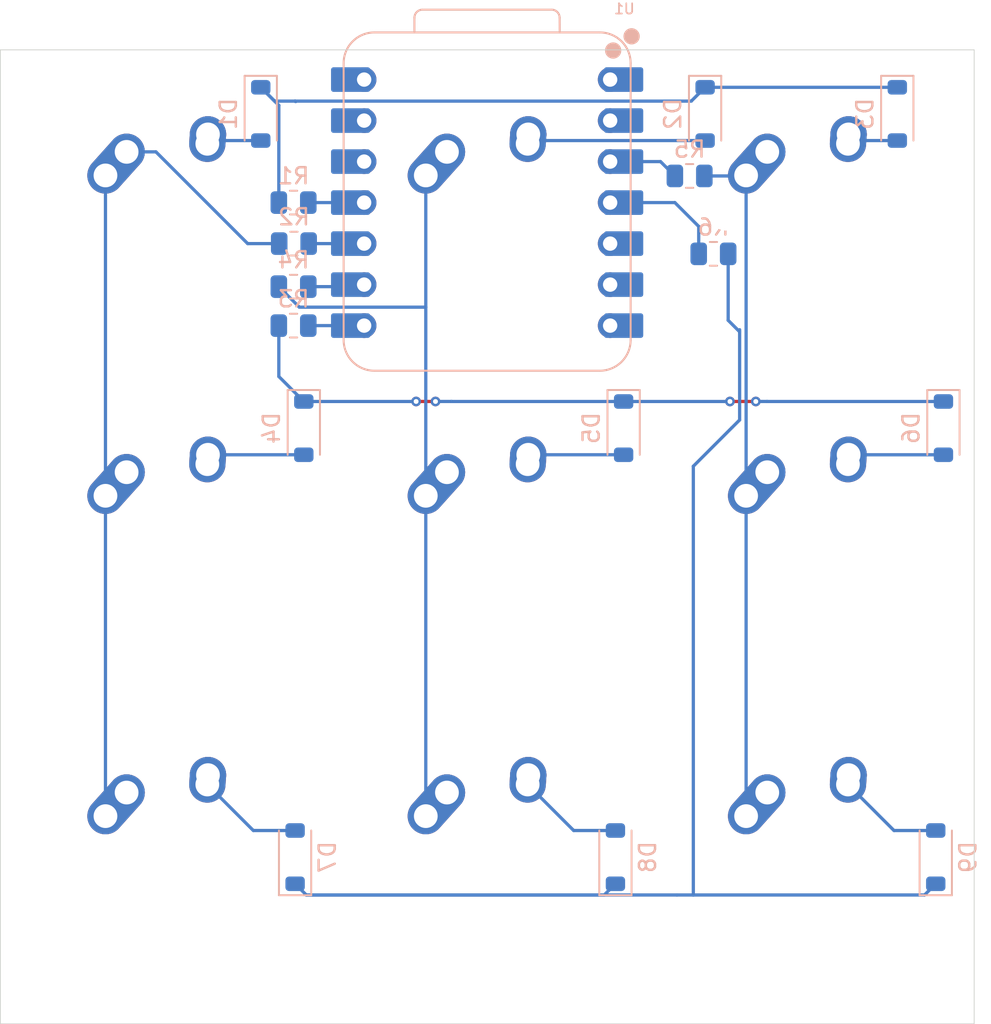
<source format=kicad_pcb>
(kicad_pcb (version 20241229) (generator "pcbnew") (generator_version "9.0")
  (layers (0 "F.Cu" signal) (2 "B.Cu" signal) (13 "F.Paste" user) (15 "B.Paste" user) (5 "F.SilkS" user "F.Silkscreen") (7 "B.SilkS" user "B.Silkscreen") (1 "F.Mask" user) (3 "B.Mask" user) (25 "Edge.Cuts" user))
  (net 0 "")
  (net 1 "Net-(D1-A)")
  (net 2 "ROW0")
  (net 3 "Net-(D2-A)")
  (net 4 "ROW1")
  (net 5 "Net-(D3-A)")
  (net 6 "ROW2")
  (net 7 "Net-(D4-A)")
  (net 8 "Net-(D5-A)")
  (net 9 "Net-(D6-A)")
  (net 10 "Net-(D7-A)")
  (net 11 "Net-(D8-A)")
  (net 12 "Net-(D9-A)")
  (net 13 "COL0")
  (net 14 "COL1")
  (net 15 "COL2")
  (net 24 "Net-(U1-GPIO3{slash}MOSI)")
  (net 25 "Net-(U1-GPIO4{slash}MISO)")
  (net 26 "Net-(U1-GPIO1{slash}RX)")
  (net 27 "Net-(U1-GPIO2{slash}SCK)")
  (net 28 "Net-(U1-GPIO28{slash}ADC2{slash}A2)")
  (net 29 "Net-(U1-GPIO29{slash}ADC3{slash}A3)")
  (footprint "MX_Alps_Hybrid2:MX-1U-NoLED" (layer "F.Cu") (at 164.30625 69.85)
    (property "Reference" "MX6")
    (property "Value" "MX-NoLED")
    (pad "" np_thru_hole circle (at -5.08 0 48.0996) (size 1.75 1.75) (drill 1.75) (layers "*.Cu" "*.Mask"))
    (pad "" np_thru_hole circle (at 0 0) (size 3.9878 3.9878) (drill 3.9878) (layers "*.Cu" "*.Mask"))
    (pad "" np_thru_hole circle (at 5.08 0 48.0996) (size 1.75 1.75) (drill 1.75) (layers "*.Cu" "*.Mask"))
    (pad "1" thru_hole oval (at -3.81 -2.54 48.0996) (size 4.211556 2.25) (drill 1.47 (offset 0.980778 0)) (layers "*.Cu" "B.Mask") (net 15 "COL2"))
    (pad "1" thru_hole circle (at -2.5 -4) (size 2.25 2.25) (drill 1.47) (layers "*.Cu" "B.Mask") (net 15 "COL2"))
    (pad "2" thru_hole oval (at 2.5 -4.5 86.0548) (size 2.831378 2.25) (drill 1.47 (offset 0.290689 0)) (layers "*.Cu" "B.Mask") (net 9 "Net-(D6-A)"))
    (pad "2" thru_hole circle (at 2.54 -5.08) (size 2.25 2.25) (drill 1.47) (layers "*.Cu" "B.Mask") (net 9 "Net-(D6-A)"))
  )
  (footprint "MX_Alps_Hybrid2:MX-1U-NoLED" (layer "F.Cu") (at 144.4625 50.00625)
    (property "Reference" "MX2")
    (property "Value" "MX-NoLED")
    (pad "" np_thru_hole circle (at -5.08 0 48.0996) (size 1.75 1.75) (drill 1.75) (layers "*.Cu" "*.Mask"))
    (pad "" np_thru_hole circle (at 0 0) (size 3.9878 3.9878) (drill 3.9878) (layers "*.Cu" "*.Mask"))
    (pad "" np_thru_hole circle (at 5.08 0 48.0996) (size 1.75 1.75) (drill 1.75) (layers "*.Cu" "*.Mask"))
    (pad "1" thru_hole oval (at -3.81 -2.54 48.0996) (size 4.211556 2.25) (drill 1.47 (offset 0.980778 0)) (layers "*.Cu" "B.Mask") (net 14 "COL1"))
    (pad "1" thru_hole circle (at -2.5 -4) (size 2.25 2.25) (drill 1.47) (layers "*.Cu" "B.Mask") (net 14 "COL1"))
    (pad "2" thru_hole oval (at 2.5 -4.5 86.0548) (size 2.831378 2.25) (drill 1.47 (offset 0.290689 0)) (layers "*.Cu" "B.Mask") (net 3 "Net-(D2-A)"))
    (pad "2" thru_hole circle (at 2.54 -5.08) (size 2.25 2.25) (drill 1.47) (layers "*.Cu" "B.Mask") (net 3 "Net-(D2-A)"))
  )
  (footprint "MX_Alps_Hybrid2:MX-1U-NoLED" (layer "F.Cu") (at 144.4625 69.85)
    (property "Reference" "MX5")
    (property "Value" "MX-NoLED")
    (pad "" np_thru_hole circle (at -5.08 0 48.0996) (size 1.75 1.75) (drill 1.75) (layers "*.Cu" "*.Mask"))
    (pad "" np_thru_hole circle (at 0 0) (size 3.9878 3.9878) (drill 3.9878) (layers "*.Cu" "*.Mask"))
    (pad "" np_thru_hole circle (at 5.08 0 48.0996) (size 1.75 1.75) (drill 1.75) (layers "*.Cu" "*.Mask"))
    (pad "1" thru_hole oval (at -3.81 -2.54 48.0996) (size 4.211556 2.25) (drill 1.47 (offset 0.980778 0)) (layers "*.Cu" "B.Mask") (net 14 "COL1"))
    (pad "1" thru_hole circle (at -2.5 -4) (size 2.25 2.25) (drill 1.47) (layers "*.Cu" "B.Mask") (net 14 "COL1"))
    (pad "2" thru_hole oval (at 2.5 -4.5 86.0548) (size 2.831378 2.25) (drill 1.47 (offset 0.290689 0)) (layers "*.Cu" "B.Mask") (net 8 "Net-(D5-A)"))
    (pad "2" thru_hole circle (at 2.54 -5.08) (size 2.25 2.25) (drill 1.47) (layers "*.Cu" "B.Mask") (net 8 "Net-(D5-A)"))
  )
  (footprint "MX_Alps_Hybrid2:MX-1U-NoLED" (layer "F.Cu") (at 164.30625 50.00625)
    (property "Reference" "MX3")
    (property "Value" "MX-NoLED")
    (pad "" np_thru_hole circle (at -5.08 0 48.0996) (size 1.75 1.75) (drill 1.75) (layers "*.Cu" "*.Mask"))
    (pad "" np_thru_hole circle (at 0 0) (size 3.9878 3.9878) (drill 3.9878) (layers "*.Cu" "*.Mask"))
    (pad "" np_thru_hole circle (at 5.08 0 48.0996) (size 1.75 1.75) (drill 1.75) (layers "*.Cu" "*.Mask"))
    (pad "1" thru_hole oval (at -3.81 -2.54 48.0996) (size 4.211556 2.25) (drill 1.47 (offset 0.980778 0)) (layers "*.Cu" "B.Mask") (net 15 "COL2"))
    (pad "1" thru_hole circle (at -2.5 -4) (size 2.25 2.25) (drill 1.47) (layers "*.Cu" "B.Mask") (net 15 "COL2"))
    (pad "2" thru_hole oval (at 2.5 -4.5 86.0548) (size 2.831378 2.25) (drill 1.47 (offset 0.290689 0)) (layers "*.Cu" "B.Mask") (net 5 "Net-(D3-A)"))
    (pad "2" thru_hole circle (at 2.54 -5.08) (size 2.25 2.25) (drill 1.47) (layers "*.Cu" "B.Mask") (net 5 "Net-(D3-A)"))
  )
  (footprint "MX_Alps_Hybrid2:MX-1U-NoLED" (layer "F.Cu") (at 124.61875 69.85)
    (property "Reference" "MX4")
    (property "Value" "MX-NoLED")
    (pad "" np_thru_hole circle (at -5.08 0 48.0996) (size 1.75 1.75) (drill 1.75) (layers "*.Cu" "*.Mask"))
    (pad "" np_thru_hole circle (at 0 0) (size 3.9878 3.9878) (drill 3.9878) (layers "*.Cu" "*.Mask"))
    (pad "" np_thru_hole circle (at 5.08 0 48.0996) (size 1.75 1.75) (drill 1.75) (layers "*.Cu" "*.Mask"))
    (pad "1" thru_hole oval (at -3.81 -2.54 48.0996) (size 4.211556 2.25) (drill 1.47 (offset 0.980778 0)) (layers "*.Cu" "B.Mask") (net 13 "COL0"))
    (pad "1" thru_hole circle (at -2.5 -4) (size 2.25 2.25) (drill 1.47) (layers "*.Cu" "B.Mask") (net 13 "COL0"))
    (pad "2" thru_hole oval (at 2.5 -4.5 86.0548) (size 2.831378 2.25) (drill 1.47 (offset 0.290689 0)) (layers "*.Cu" "B.Mask") (net 7 "Net-(D4-A)"))
    (pad "2" thru_hole circle (at 2.54 -5.08) (size 2.25 2.25) (drill 1.47) (layers "*.Cu" "B.Mask") (net 7 "Net-(D4-A)"))
  )
  (footprint "MX_Alps_Hybrid2:MX-1U-NoLED" (layer "F.Cu") (at 144.4625 89.69375)
    (property "Reference" "MX8")
    (property "Value" "MX-NoLED")
    (pad "" np_thru_hole circle (at -5.08 0 48.0996) (size 1.75 1.75) (drill 1.75) (layers "*.Cu" "*.Mask"))
    (pad "" np_thru_hole circle (at 0 0) (size 3.9878 3.9878) (drill 3.9878) (layers "*.Cu" "*.Mask"))
    (pad "" np_thru_hole circle (at 5.08 0 48.0996) (size 1.75 1.75) (drill 1.75) (layers "*.Cu" "*.Mask"))
    (pad "1" thru_hole oval (at -3.81 -2.54 48.0996) (size 4.211556 2.25) (drill 1.47 (offset 0.980778 0)) (layers "*.Cu" "B.Mask") (net 14 "COL1"))
    (pad "1" thru_hole circle (at -2.5 -4) (size 2.25 2.25) (drill 1.47) (layers "*.Cu" "B.Mask") (net 14 "COL1"))
    (pad "2" thru_hole oval (at 2.5 -4.5 86.0548) (size 2.831378 2.25) (drill 1.47 (offset 0.290689 0)) (layers "*.Cu" "B.Mask") (net 11 "Net-(D8-A)"))
    (pad "2" thru_hole circle (at 2.54 -5.08) (size 2.25 2.25) (drill 1.47) (layers "*.Cu" "B.Mask") (net 11 "Net-(D8-A)"))
  )
  (footprint "MX_Alps_Hybrid2:MX-1U-NoLED" (layer "F.Cu") (at 164.30625 89.69375)
    (property "Reference" "MX9")
    (property "Value" "MX-NoLED")
    (pad "" np_thru_hole circle (at -5.08 0 48.0996) (size 1.75 1.75) (drill 1.75) (layers "*.Cu" "*.Mask"))
    (pad "" np_thru_hole circle (at 0 0) (size 3.9878 3.9878) (drill 3.9878) (layers "*.Cu" "*.Mask"))
    (pad "" np_thru_hole circle (at 5.08 0 48.0996) (size 1.75 1.75) (drill 1.75) (layers "*.Cu" "*.Mask"))
    (pad "1" thru_hole oval (at -3.81 -2.54 48.0996) (size 4.211556 2.25) (drill 1.47 (offset 0.980778 0)) (layers "*.Cu" "B.Mask") (net 15 "COL2"))
    (pad "1" thru_hole circle (at -2.5 -4) (size 2.25 2.25) (drill 1.47) (layers "*.Cu" "B.Mask") (net 15 "COL2"))
    (pad "2" thru_hole oval (at 2.5 -4.5 86.0548) (size 2.831378 2.25) (drill 1.47 (offset 0.290689 0)) (layers "*.Cu" "B.Mask") (net 12 "Net-(D9-A)"))
    (pad "2" thru_hole circle (at 2.54 -5.08) (size 2.25 2.25) (drill 1.47) (layers "*.Cu" "B.Mask") (net 12 "Net-(D9-A)"))
  )
  (footprint "MX_Alps_Hybrid2:MX-1U-NoLED" (layer "F.Cu") (at 124.61875 89.69375)
    (property "Reference" "MX7")
    (property "Value" "MX-NoLED")
    (pad "" np_thru_hole circle (at -5.08 0 48.0996) (size 1.75 1.75) (drill 1.75) (layers "*.Cu" "*.Mask"))
    (pad "" np_thru_hole circle (at 0 0) (size 3.9878 3.9878) (drill 3.9878) (layers "*.Cu" "*.Mask"))
    (pad "" np_thru_hole circle (at 5.08 0 48.0996) (size 1.75 1.75) (drill 1.75) (layers "*.Cu" "*.Mask"))
    (pad "1" thru_hole oval (at -3.81 -2.54 48.0996) (size 4.211556 2.25) (drill 1.47 (offset 0.980778 0)) (layers "*.Cu" "B.Mask") (net 13 "COL0"))
    (pad "1" thru_hole circle (at -2.5 -4) (size 2.25 2.25) (drill 1.47) (layers "*.Cu" "B.Mask") (net 13 "COL0"))
    (pad "2" thru_hole oval (at 2.5 -4.5 86.0548) (size 2.831378 2.25) (drill 1.47 (offset 0.290689 0)) (layers "*.Cu" "B.Mask") (net 10 "Net-(D7-A)"))
    (pad "2" thru_hole circle (at 2.54 -5.08) (size 2.25 2.25) (drill 1.47) (layers "*.Cu" "B.Mask") (net 10 "Net-(D7-A)"))
  )
  (footprint "MX_Alps_Hybrid2:MX-1U-NoLED" (layer "F.Cu") (at 124.61875 50.00625)
    (property "Reference" "MX1")
    (property "Value" "MX-NoLED")
    (pad "" np_thru_hole circle (at -5.08 0 48.0996) (size 1.75 1.75) (drill 1.75) (layers "*.Cu" "*.Mask"))
    (pad "" np_thru_hole circle (at 0 0) (size 3.9878 3.9878) (drill 3.9878) (layers "*.Cu" "*.Mask"))
    (pad "" np_thru_hole circle (at 5.08 0 48.0996) (size 1.75 1.75) (drill 1.75) (layers "*.Cu" "*.Mask"))
    (pad "1" thru_hole oval (at -3.81 -2.54 48.0996) (size 4.211556 2.25) (drill 1.47 (offset 0.980778 0)) (layers "*.Cu" "B.Mask") (net 13 "COL0"))
    (pad "1" thru_hole circle (at -2.5 -4) (size 2.25 2.25) (drill 1.47) (layers "*.Cu" "B.Mask") (net 13 "COL0"))
    (pad "2" thru_hole oval (at 2.5 -4.5 86.0548) (size 2.831378 2.25) (drill 1.47 (offset 0.290689 0)) (layers "*.Cu" "B.Mask") (net 1 "Net-(D1-A)"))
    (pad "2" thru_hole circle (at 2.54 -5.08) (size 2.25 2.25) (drill 1.47) (layers "*.Cu" "B.Mask") (net 1 "Net-(D1-A)"))
  )
  (footprint "Diode_SMD:D_SOD-123" (layer "B.Cu") (at 130.429 43.65625 -90)
    (property "Reference" "D1" (at 0 2 90) (layer "B.SilkS") (effects (justify mirror)))
    (property "Value" "D_Small")
    (fp_line (start -2.36 1) (end 1.65 1) (stroke (width 0.12)) (layer "B.SilkS"))
    (fp_line (start -2.36 1) (end -2.36 -1) (stroke (width 0.12)) (layer "B.SilkS"))
    (fp_line (start -2.36 -1) (end 1.65 -1) (stroke (width 0.12)) (layer "B.SilkS"))
    (pad "1" smd roundrect (at -1.65 0 270) (size 0.9 1.2) (layers "B.Cu" "B.Mask" "B.Paste") (net 2 "ROW0"))
    (pad "2" smd roundrect (at 1.65 0 270) (size 0.9 1.2) (layers "B.Cu" "B.Mask" "B.Paste") (net 1 "Net-(D1-A)"))
  )
  (footprint "Resistor_SMD:R_0805_2012Metric" (layer "B.Cu") (at 132.461 54.356 180)
    (property "Reference" "R4" (at 0 1.65 0) (layer "B.SilkS") (effects (justify mirror)))
    (property "Value" "R_Small")
    (fp_line (start -0.227064 0.735) (end 0.227064 0.735) (stroke (width 0.12)) (layer "B.SilkS"))
    (fp_line (start -0.227064 -0.735) (end 0.227064 -0.735) (stroke (width 0.12)) (layer "B.SilkS"))
    (pad "1" smd roundrect (at -0.9125 0 180) (size 1.025 1.4) (layers "B.Cu" "B.Mask" "B.Paste") (roundrect_rratio 0.243902) (net 27 "Net-(U1-GPIO2{slash}SCK)"))
    (pad "2" smd roundrect (at 0.9125 0 180) (size 1.025 1.4) (layers "B.Cu" "B.Mask" "B.Paste") (roundrect_rratio 0.243902) (net 14 "COL1"))
  )
  (footprint "XIAO_PCB:XIAO-RP2040-DIP" (layer "B.Cu") (at 144.453 49.149 180)
    (property "Reference" "U1" (at -8.5 12 0) (layer "B.SilkS") (effects (font (size 0.635 0.635) (thickness 0.1016)) (justify mirror)))
    (property "Value" "XIAO-RP2040-DIP")
    (fp_line (start 8.89 -8.509) (end 8.89 8.636) (stroke (width 0.127)) (layer "B.SilkS"))
    (fp_line (start 6.985 10.541) (end -6.985 10.541) (stroke (width 0.1)) (layer "B.SilkS"))
    (fp_line (start 6.985 10.541) (end -6.985 10.541) (stroke (width 0.127)) (layer "B.SilkS"))
    (fp_line (start 4.504 11.451) (end 4.504 10.541) (stroke (width 0.127)) (layer "B.SilkS"))
    (fp_line (start -3.991272 11.951) (end 4.004 11.951) (stroke (width 0.127)) (layer "B.SilkS"))
    (fp_line (start -4.495 10.541) (end -4.491272 11.451272) (stroke (width 0.127)) (layer "B.SilkS"))
    (fp_line (start -6.985 -10.414) (end 6.985 -10.414) (stroke (width 0.127)) (layer "B.SilkS"))
    (fp_line (start -8.89 -8.509) (end -8.89 8.636) (stroke (width 0.127)) (layer "B.SilkS"))
    (fp_arc (start 8.89 8.636) (mid 8.332038 9.983038) (end 6.985 10.541) (stroke (width 0.127)) (layer "B.SilkS"))
    (fp_arc (start 6.985 -10.414) (mid 8.332038 -9.856038) (end 8.89 -8.509) (stroke (width 0.127)) (layer "B.SilkS"))
    (fp_arc (start 4.504 11.451) (mid 4.357553 11.804553) (end 4.004 11.951) (stroke (width 0.127)) (layer "B.SilkS"))
    (fp_arc (start -3.991272 11.951) (mid -4.344724 11.804644) (end -4.491272 11.451272) (stroke (width 0.127)) (layer "B.SilkS"))
    (fp_arc (start -6.985 10.541) (mid -8.332038 9.983038) (end -8.89 8.636) (stroke (width 0.127)) (layer "B.SilkS"))
    (fp_arc (start -8.89 -8.509) (mid -8.332038 -9.856038) (end -6.985 -10.414) (stroke (width 0.127)) (layer "B.SilkS"))
    (fp_circle (center -7.807 9.42) (end -7.807 9.674) (stroke (width 0.5)) (fill yes) (layer "B.SilkS"))
    (fp_circle (center -8.95 10.3) (end -8.95 10.554) (stroke (width 0.5)) (fill yes) (layer "B.SilkS"))
    (pad "1" smd roundrect (at -8.455 7.62) (size 2.432 1.524) (layers "B.Cu" "B.Mask") (roundrect_rratio 0.1))
    (pad "1" thru_hole circle (at -7.62 7.62) (size 1.524 1.524) (drill 0.889) (layers "*.Cu" "*.Mask"))
    (pad "2" smd roundrect (at -8.455 5.08) (size 2.432 1.524) (layers "B.Cu" "B.Mask") (roundrect_rratio 0.1))
    (pad "2" thru_hole circle (at -7.62 5.08) (size 1.524 1.524) (drill 0.889) (layers "*.Cu" "*.Mask"))
    (pad "3" smd roundrect (at -8.455 2.54) (size 2.432 1.524) (layers "B.Cu" "B.Mask") (roundrect_rratio 0.1) (net 28 "Net-(U1-GPIO28{slash}ADC2{slash}A2)"))
    (pad "3" thru_hole circle (at -7.62 2.54) (size 1.524 1.524) (drill 0.889) (layers "*.Cu" "*.Mask") (net 28 "Net-(U1-GPIO28{slash}ADC2{slash}A2)"))
    (pad "4" smd roundrect (at -8.455 0) (size 2.432 1.524) (layers "B.Cu" "B.Mask") (roundrect_rratio 0.1) (net 29 "Net-(U1-GPIO29{slash}ADC3{slash}A3)"))
    (pad "4" thru_hole circle (at -7.62 0) (size 1.524 1.524) (drill 0.889) (layers "*.Cu" "*.Mask") (net 29 "Net-(U1-GPIO29{slash}ADC3{slash}A3)"))
    (pad "5" smd roundrect (at -8.455 -2.54) (size 2.432 1.524) (layers "B.Cu" "B.Mask") (roundrect_rratio 0.1))
    (pad "5" thru_hole circle (at -7.62 -2.54) (size 1.524 1.524) (drill 0.889) (layers "*.Cu" "*.Mask"))
    (pad "6" smd roundrect (at -8.455 -5.08) (size 2.432 1.524) (layers "B.Cu" "B.Mask") (roundrect_rratio 0.1))
    (pad "6" thru_hole circle (at -7.62 -5.08) (size 1.524 1.524) (drill 0.889) (layers "*.Cu" "*.Mask"))
    (pad "7" smd roundrect (at -8.455 -7.62) (size 2.432 1.524) (layers "B.Cu" "B.Mask") (roundrect_rratio 0.1))
    (pad "7" thru_hole circle (at -7.62 -7.62) (size 1.524 1.524) (drill 0.889) (layers "*.Cu" "*.Mask"))
    (pad "8" thru_hole circle (at 7.62 -7.62 180) (size 1.524 1.524) (drill 0.889) (layers "*.Cu" "*.Mask") (net 26 "Net-(U1-GPIO1{slash}RX)"))
    (pad "8" smd roundrect (at 8.455 -7.62 180) (size 2.432 1.524) (layers "B.Cu" "B.Mask") (roundrect_rratio 0.1) (net 26 "Net-(U1-GPIO1{slash}RX)"))
    (pad "9" thru_hole circle (at 7.62 -5.08 180) (size 1.524 1.524) (drill 0.889) (layers "*.Cu" "*.Mask") (net 27 "Net-(U1-GPIO2{slash}SCK)"))
    (pad "9" smd roundrect (at 8.455 -5.08 180) (size 2.432 1.524) (layers "B.Cu" "B.Mask") (roundrect_rratio 0.1) (net 27 "Net-(U1-GPIO2{slash}SCK)"))
    (pad "10" thru_hole circle (at 7.62 -2.54 180) (size 1.524 1.524) (drill 0.889) (layers "*.Cu" "*.Mask") (net 25 "Net-(U1-GPIO4{slash}MISO)"))
    (pad "10" smd roundrect (at 8.455 -2.54 180) (size 2.432 1.524) (layers "B.Cu" "B.Mask") (roundrect_rratio 0.1) (net 25 "Net-(U1-GPIO4{slash}MISO)"))
    (pad "11" thru_hole circle (at 7.62 0 180) (size 1.524 1.524) (drill 0.889) (layers "*.Cu" "*.Mask") (net 24 "Net-(U1-GPIO3{slash}MOSI)"))
    (pad "11" smd roundrect (at 8.455 0 180) (size 2.432 1.524) (layers "B.Cu" "B.Mask") (roundrect_rratio 0.1) (net 24 "Net-(U1-GPIO3{slash}MOSI)"))
    (pad "12" thru_hole circle (at 7.62 2.54 180) (size 1.524 1.524) (drill 0.889) (layers "*.Cu" "*.Mask"))
    (pad "12" smd roundrect (at 8.455 2.54 180) (size 2.432 1.524) (layers "B.Cu" "B.Mask") (roundrect_rratio 0.1))
    (pad "13" thru_hole circle (at 7.62 5.08 180) (size 1.524 1.524) (drill 0.889) (layers "*.Cu" "*.Mask"))
    (pad "13" smd roundrect (at 8.455 5.08 180) (size 2.432 1.524) (layers "B.Cu" "B.Mask") (roundrect_rratio 0.1))
    (pad "14" thru_hole circle (at 7.62 7.62 180) (size 1.524 1.524) (drill 0.889) (layers "*.Cu" "*.Mask"))
    (pad "14" smd roundrect (at 8.455 7.62 180) (size 2.432 1.524) (layers "B.Cu" "B.Mask") (roundrect_rratio 0.1))
  )
  (footprint "Diode_SMD:D_SOD-123" (layer "B.Cu") (at 152.908 63.119 -90)
    (property "Reference" "D5" (at 0 2 90) (layer "B.SilkS") (effects (justify mirror)))
    (property "Value" "D_Small")
    (fp_line (start -2.36 1) (end 1.65 1) (stroke (width 0.12)) (layer "B.SilkS"))
    (fp_line (start -2.36 1) (end -2.36 -1) (stroke (width 0.12)) (layer "B.SilkS"))
    (fp_line (start -2.36 -1) (end 1.65 -1) (stroke (width 0.12)) (layer "B.SilkS"))
    (pad "1" smd roundrect (at -1.65 0 270) (size 0.9 1.2) (layers "B.Cu" "B.Mask" "B.Paste") (net 4 "ROW1"))
    (pad "2" smd roundrect (at 1.65 0 270) (size 0.9 1.2) (layers "B.Cu" "B.Mask" "B.Paste") (net 8 "Net-(D5-A)"))
  )
  (footprint "Resistor_SMD:R_0805_2012Metric" (layer "B.Cu") (at 132.461 49.149 180)
    (property "Reference" "R1" (at 0 1.65 0) (layer "B.SilkS") (effects (justify mirror)))
    (property "Value" "R_Small")
    (fp_line (start -0.227064 0.735) (end 0.227064 0.735) (stroke (width 0.12)) (layer "B.SilkS"))
    (fp_line (start -0.227064 -0.735) (end 0.227064 -0.735) (stroke (width 0.12)) (layer "B.SilkS"))
    (pad "1" smd roundrect (at -0.9125 0 180) (size 1.025 1.4) (layers "B.Cu" "B.Mask" "B.Paste") (roundrect_rratio 0.243902) (net 24 "Net-(U1-GPIO3{slash}MOSI)"))
    (pad "2" smd roundrect (at 0.9125 0 180) (size 1.025 1.4) (layers "B.Cu" "B.Mask" "B.Paste") (roundrect_rratio 0.243902) (net 2 "ROW0"))
  )
  (footprint "Diode_SMD:D_SOD-123" (layer "B.Cu") (at 169.8625 43.65625 -90)
    (property "Reference" "D3" (at 0 2 90) (layer "B.SilkS") (effects (justify mirror)))
    (property "Value" "D_Small")
    (fp_line (start -2.36 1) (end 1.65 1) (stroke (width 0.12)) (layer "B.SilkS"))
    (fp_line (start -2.36 1) (end -2.36 -1) (stroke (width 0.12)) (layer "B.SilkS"))
    (fp_line (start -2.36 -1) (end 1.65 -1) (stroke (width 0.12)) (layer "B.SilkS"))
    (pad "1" smd roundrect (at -1.65 0 270) (size 0.9 1.2) (layers "B.Cu" "B.Mask" "B.Paste") (net 2 "ROW0"))
    (pad "2" smd roundrect (at 1.65 0 270) (size 0.9 1.2) (layers "B.Cu" "B.Mask" "B.Paste") (net 5 "Net-(D3-A)"))
  )
  (footprint "Diode_SMD:D_SOD-123" (layer "B.Cu") (at 133.096 63.119 -90)
    (property "Reference" "D4" (at 0 2 90) (layer "B.SilkS") (effects (justify mirror)))
    (property "Value" "D_Small")
    (fp_line (start -2.36 1) (end 1.65 1) (stroke (width 0.12)) (layer "B.SilkS"))
    (fp_line (start -2.36 1) (end -2.36 -1) (stroke (width 0.12)) (layer "B.SilkS"))
    (fp_line (start -2.36 -1) (end 1.65 -1) (stroke (width 0.12)) (layer "B.SilkS"))
    (pad "1" smd roundrect (at -1.65 0 270) (size 0.9 1.2) (layers "B.Cu" "B.Mask" "B.Paste") (net 4 "ROW1"))
    (pad "2" smd roundrect (at 1.65 0 270) (size 0.9 1.2) (layers "B.Cu" "B.Mask" "B.Paste") (net 7 "Net-(D4-A)"))
  )
  (footprint "Resistor_SMD:R_0805_2012Metric" (layer "B.Cu") (at 156.9955 47.498 180)
    (property "Reference" "R5" (at 0 1.65 0) (layer "B.SilkS") (effects (justify mirror)))
    (property "Value" "R_Small")
    (fp_line (start -0.227064 0.735) (end 0.227064 0.735) (stroke (width 0.12)) (layer "B.SilkS"))
    (fp_line (start -0.227064 -0.735) (end 0.227064 -0.735) (stroke (width 0.12)) (layer "B.SilkS"))
    (pad "1" smd roundrect (at -0.9125 0 180) (size 1.025 1.4) (layers "B.Cu" "B.Mask" "B.Paste") (roundrect_rratio 0.243902) (net 15 "COL2"))
    (pad "2" smd roundrect (at 0.9125 0 180) (size 1.025 1.4) (layers "B.Cu" "B.Mask" "B.Paste") (roundrect_rratio 0.243902) (net 28 "Net-(U1-GPIO28{slash}ADC2{slash}A2)"))
  )
  (footprint "Resistor_SMD:R_0805_2012Metric" (layer "B.Cu") (at 158.4725 52.324 180)
    (property "Reference" "R6" (at 0 1.65 0) (layer "B.SilkS") (effects (justify mirror)))
    (property "Value" "R_Small")
    (fp_line (start -0.227064 0.735) (end 0.227064 0.735) (stroke (width 0.12)) (layer "B.SilkS"))
    (fp_line (start -0.227064 -0.735) (end 0.227064 -0.735) (stroke (width 0.12)) (layer "B.SilkS"))
    (pad "1" smd roundrect (at -0.9125 0 180) (size 1.025 1.4) (layers "B.Cu" "B.Mask" "B.Paste") (roundrect_rratio 0.243902) (net 6 "ROW2"))
    (pad "2" smd roundrect (at 0.9125 0 180) (size 1.025 1.4) (layers "B.Cu" "B.Mask" "B.Paste") (roundrect_rratio 0.243902) (net 29 "Net-(U1-GPIO29{slash}ADC3{slash}A3)"))
  )
  (footprint "Resistor_SMD:R_0805_2012Metric" (layer "B.Cu") (at 132.461 56.769 180)
    (property "Reference" "R3" (at 0 1.65 0) (layer "B.SilkS") (effects (justify mirror)))
    (property "Value" "R_Small")
    (fp_line (start -0.227064 0.735) (end 0.227064 0.735) (stroke (width 0.12)) (layer "B.SilkS"))
    (fp_line (start -0.227064 -0.735) (end 0.227064 -0.735) (stroke (width 0.12)) (layer "B.SilkS"))
    (pad "1" smd roundrect (at -0.9125 0 180) (size 1.025 1.4) (layers "B.Cu" "B.Mask" "B.Paste") (roundrect_rratio 0.243902) (net 26 "Net-(U1-GPIO1{slash}RX)"))
    (pad "2" smd roundrect (at 0.9125 0 180) (size 1.025 1.4) (layers "B.Cu" "B.Mask" "B.Paste") (roundrect_rratio 0.243902) (net 4 "ROW1"))
  )
  (footprint "Diode_SMD:D_SOD-123" (layer "B.Cu") (at 172.72 63.119 -90)
    (property "Reference" "D6" (at 0 2 90) (layer "B.SilkS") (effects (justify mirror)))
    (property "Value" "D_Small")
    (fp_line (start -2.36 1) (end 1.65 1) (stroke (width 0.12)) (layer "B.SilkS"))
    (fp_line (start -2.36 1) (end -2.36 -1) (stroke (width 0.12)) (layer "B.SilkS"))
    (fp_line (start -2.36 -1) (end 1.65 -1) (stroke (width 0.12)) (layer "B.SilkS"))
    (pad "1" smd roundrect (at -1.65 0 270) (size 0.9 1.2) (layers "B.Cu" "B.Mask" "B.Paste") (net 4 "ROW1"))
    (pad "2" smd roundrect (at 1.65 0 270) (size 0.9 1.2) (layers "B.Cu" "B.Mask" "B.Paste") (net 9 "Net-(D6-A)"))
  )
  (footprint "Diode_SMD:D_SOD-123" (layer "B.Cu") (at 132.55625 89.69375 90)
    (property "Reference" "D7" (at 0 2 90) (layer "B.SilkS") (effects (justify mirror)))
    (property "Value" "D_Small")
    (fp_line (start -2.36 -1) (end 1.65 -1) (stroke (width 0.12)) (layer "B.SilkS"))
    (fp_line (start -2.36 1) (end -2.36 -1) (stroke (width 0.12)) (layer "B.SilkS"))
    (fp_line (start -2.36 1) (end 1.65 1) (stroke (width 0.12)) (layer "B.SilkS"))
    (pad "1" smd roundrect (at -1.65 0 90) (size 0.9 1.2) (layers "B.Cu" "B.Mask" "B.Paste") (net 6 "ROW2"))
    (pad "2" smd roundrect (at 1.65 0 90) (size 0.9 1.2) (layers "B.Cu" "B.Mask" "B.Paste") (net 10 "Net-(D7-A)"))
  )
  (footprint "Diode_SMD:D_SOD-123" (layer "B.Cu") (at 157.95625 43.65625 -90)
    (property "Reference" "D2" (at 0 2 90) (layer "B.SilkS") (effects (justify mirror)))
    (property "Value" "D_Small")
    (fp_line (start -2.36 1) (end 1.65 1) (stroke (width 0.12)) (layer "B.SilkS"))
    (fp_line (start -2.36 1) (end -2.36 -1) (stroke (width 0.12)) (layer "B.SilkS"))
    (fp_line (start -2.36 -1) (end 1.65 -1) (stroke (width 0.12)) (layer "B.SilkS"))
    (pad "1" smd roundrect (at -1.65 0 270) (size 0.9 1.2) (layers "B.Cu" "B.Mask" "B.Paste") (net 2 "ROW0"))
    (pad "2" smd roundrect (at 1.65 0 270) (size 0.9 1.2) (layers "B.Cu" "B.Mask" "B.Paste") (net 3 "Net-(D2-A)"))
  )
  (footprint "Diode_SMD:D_SOD-123" (layer "B.Cu") (at 172.24375 89.69375 90)
    (property "Reference" "D9" (at 0 2 90) (layer "B.SilkS") (effects (justify mirror)))
    (property "Value" "D_Small")
    (fp_line (start -2.36 -1) (end 1.65 -1) (stroke (width 0.12)) (layer "B.SilkS"))
    (fp_line (start -2.36 1) (end -2.36 -1) (stroke (width 0.12)) (layer "B.SilkS"))
    (fp_line (start -2.36 1) (end 1.65 1) (stroke (width 0.12)) (layer "B.SilkS"))
    (pad "1" smd roundrect (at -1.65 0 90) (size 0.9 1.2) (layers "B.Cu" "B.Mask" "B.Paste") (net 6 "ROW2"))
    (pad "2" smd roundrect (at 1.65 0 90) (size 0.9 1.2) (layers "B.Cu" "B.Mask" "B.Paste") (net 12 "Net-(D9-A)"))
  )
  (footprint "Diode_SMD:D_SOD-123" (layer "B.Cu") (at 152.4 89.69375 90)
    (property "Reference" "D8" (at 0 2 90) (layer "B.SilkS") (effects (justify mirror)))
    (property "Value" "D_Small")
    (fp_line (start -2.36 -1) (end 1.65 -1) (stroke (width 0.12)) (layer "B.SilkS"))
    (fp_line (start -2.36 1) (end -2.36 -1) (stroke (width 0.12)) (layer "B.SilkS"))
    (fp_line (start -2.36 1) (end 1.65 1) (stroke (width 0.12)) (layer "B.SilkS"))
    (pad "1" smd roundrect (at -1.65 0 90) (size 0.9 1.2) (layers "B.Cu" "B.Mask" "B.Paste") (net 6 "ROW2"))
    (pad "2" smd roundrect (at 1.65 0 90) (size 0.9 1.2) (layers "B.Cu" "B.Mask" "B.Paste") (net 11 "Net-(D8-A)"))
  )
  (footprint "Resistor_SMD:R_0805_2012Metric" (layer "B.Cu") (at 132.4845 51.689 180)
    (property "Reference" "R2" (at 0 1.65 0) (layer "B.SilkS") (effects (justify mirror)))
    (property "Value" "R_Small")
    (fp_line (start -0.227064 0.735) (end 0.227064 0.735) (stroke (width 0.12)) (layer "B.SilkS"))
    (fp_line (start -0.227064 -0.735) (end 0.227064 -0.735) (stroke (width 0.12)) (layer "B.SilkS"))
    (pad "1" smd roundrect (at -0.9125 0 180) (size 1.025 1.4) (layers "B.Cu" "B.Mask" "B.Paste") (roundrect_rratio 0.243902) (net 25 "Net-(U1-GPIO4{slash}MISO)"))
    (pad "2" smd roundrect (at 0.9125 0 180) (size 1.025 1.4) (layers "B.Cu" "B.Mask" "B.Paste") (roundrect_rratio 0.243902) (net 13 "COL0"))
  )
  (gr_line (start 114.3 39.6875) (end 174.625 39.6875) (stroke (width 0.05)) (layer "Edge.Cuts"))
  (gr_line (start 174.625 39.6875) (end 174.625 100.0125) (stroke (width 0.05)) (layer "Edge.Cuts"))
  (gr_line (start 174.625 100.0125) (end 114.3 100.0125) (stroke (width 0.05)) (layer "Edge.Cuts"))
  (gr_line (start 114.3 100.0125) (end 114.3 39.6875) (stroke (width 0.05)) (layer "Edge.Cuts"))
  (segment (start 127.11875 45.50625) (end 127.31875 45.30625) (width 0.2) (layer "B.Cu") (net 1))
  (segment (start 127.31875 45.30625) (end 130.429 45.30625) (width 0.2) (layer "B.Cu") (net 1))
  (segment (start 131.5485 49.149) (end 131.5485 43.12575) (width 0.2) (layer "B.Cu") (net 2))
  (segment (start 132.588 42.89425) (end 132.55625 42.8625) (width 0.2) (layer "B.Cu") (net 2))
  (segment (start 157.1 42.8625) (end 132.55625 42.8625) (width 0.2) (layer "B.Cu") (net 2))
  (segment (start 131.5485 43.12575) (end 130.429 42.00625) (width 0.2) (layer "B.Cu") (net 2))
  (segment (start 169.8625 42.00625) (end 157.95625 42.00625) (width 0.2) (layer "B.Cu") (net 2))
  (segment (start 132.55625 42.8625) (end 131.28525 42.8625) (width 0.2) (layer "B.Cu") (net 2))
  (segment (start 157.95625 42.00625) (end 157.1 42.8625) (width 0.2) (layer "B.Cu") (net 2))
  (segment (start 131.28525 42.8625) (end 130.429 42.00625) (width 0.2) (layer "B.Cu") (net 2))
  (segment (start 147.1625 45.30625) (end 157.95625 45.30625) (width 0.2) (layer "B.Cu") (net 3))
  (segment (start 146.9625 45.50625) (end 147.1625 45.30625) (width 0.2) (layer "B.Cu") (net 3))
  (segment (start 159.49525 61.468) (end 161.09625 61.468) (width 0.2) (layer "F.Cu") (net 4))
  (segment (start 140.0525 61.468) (end 141.2525 61.468) (width 0.2) (layer "F.Cu") (net 4))
  (via (at 159.49525 61.468) (size 0.6) (drill 0.3) (layers "F.Cu" "B.Cu") (net 4))
  (via (at 141.2525 61.468) (size 0.6) (drill 0.3) (layers "F.Cu" "B.Cu") (net 4))
  (via (at 140.0525 61.468) (size 0.6) (drill 0.3) (layers "F.Cu" "B.Cu") (net 4))
  (via (at 161.09625 61.468) (size 0.6) (drill 0.3) (layers "F.Cu" "B.Cu") (net 4))
  (segment (start 140.0525 61.468) (end 140.0515 61.469) (width 0.2) (layer "B.Cu") (net 4))
  (segment (start 141.2525 61.468) (end 142.24 61.468) (width 0.2) (layer "B.Cu") (net 4))
  (segment (start 131.5485 56.769) (end 131.5485 59.9215) (width 0.2) (layer "B.Cu") (net 4))
  (segment (start 161.799 61.469) (end 172.72 61.469) (width 0.2) (layer "B.Cu") (net 4))
  (segment (start 142.24 61.468) (end 142.241 61.469) (width 0.2) (layer "B.Cu") (net 4))
  (segment (start 159.49525 61.468) (end 159.49425 61.469) (width 0.2) (layer "B.Cu") (net 4))
  (segment (start 140.0515 61.469) (end 133.096 61.469) (width 0.2) (layer "B.Cu") (net 4))
  (segment (start 159.49425 61.469) (end 152.908 61.469) (width 0.2) (layer "B.Cu") (net 4))
  (segment (start 161.09625 61.468) (end 161.798 61.468) (width 0.2) (layer "B.Cu") (net 4))
  (segment (start 142.241 61.469) (end 152.908 61.469) (width 0.2) (layer "B.Cu") (net 4))
  (segment (start 161.798 61.468) (end 161.799 61.469) (width 0.2) (layer "B.Cu") (net 4))
  (segment (start 131.5485 59.9215) (end 133.096 61.469) (width 0.2) (layer "B.Cu") (net 4))
  (segment (start 167.00625 45.30625) (end 166.80625 45.50625) (width 0.2) (layer "B.Cu") (net 5))
  (segment (start 169.8625 45.30625) (end 167.00625 45.30625) (width 0.2) (layer "B.Cu") (net 5))
  (segment (start 160.09525 57.15) (end 159.385 56.43975) (width 0.2) (layer "B.Cu") (net 6))
  (segment (start 171.54885 92.03865) (end 172.24375 91.34375) (width 0.2) (layer "B.Cu") (net 6))
  (segment (start 159.613125 63.093125) (end 160.09525 62.611) (width 0.2) (layer "B.Cu") (net 6))
  (segment (start 156.21 92.03865) (end 157.226 92.03865) (width 0.2) (layer "B.Cu") (net 6))
  (segment (start 133.25115 92.03865) (end 151.7051 92.03865) (width 0.2) (layer "B.Cu") (net 6))
  (segment (start 133.25115 92.03865) (end 156.21 92.03865) (width 0.2) (layer "B.Cu") (net 6))
  (segment (start 157.226 92.03865) (end 171.54885 92.03865) (width 0.2) (layer "B.Cu") (net 6))
  (segment (start 160.09525 62.611) (end 160.09525 57.15) (width 0.2) (layer "B.Cu") (net 6))
  (segment (start 160.09525 57.15) (end 160.09525 57.023) (width 0.2) (layer "B.Cu") (net 6))
  (segment (start 159.385 56.43975) (end 159.385 52.324) (width 0.2) (layer "B.Cu") (net 6))
  (segment (start 151.7051 92.03865) (end 152.4 91.34375) (width 0.2) (layer "B.Cu") (net 6))
  (segment (start 157.226 92.03865) (end 157.226 65.48025) (width 0.2) (layer "B.Cu") (net 6))
  (segment (start 132.55625 91.34375) (end 133.25115 92.03865) (width 0.2) (layer "B.Cu") (net 6))
  (segment (start 157.226 65.48025) (end 159.613125 63.093125) (width 0.2) (layer "B.Cu") (net 6))
  (segment (start 127.15875 64.77) (end 133.095 64.77) (width 0.2) (layer "B.Cu") (net 7))
  (segment (start 133.095 64.77) (end 133.096 64.769) (width 0.2) (layer "B.Cu") (net 7))
  (segment (start 152.908 64.769) (end 147.0035 64.769) (width 0.2) (layer "B.Cu") (net 8))
  (segment (start 147.0035 64.769) (end 147.0025 64.77) (width 0.2) (layer "B.Cu") (net 8))
  (segment (start 166.84625 64.77) (end 172.719 64.77) (width 0.2) (layer "B.Cu") (net 9))
  (segment (start 172.719 64.77) (end 172.72 64.769) (width 0.2) (layer "B.Cu") (net 9))
  (segment (start 129.96875 88.04375) (end 132.55625 88.04375) (width 0.2) (layer "B.Cu") (net 10))
  (segment (start 127.11875 85.19375) (end 129.96875 88.04375) (width 0.2) (layer "B.Cu") (net 10))
  (segment (start 146.9625 85.19375) (end 149.8125 88.04375) (width 0.2) (layer "B.Cu") (net 11))
  (segment (start 149.8125 88.04375) (end 152.4 88.04375) (width 0.2) (layer "B.Cu") (net 11))
  (segment (start 169.65625 88.04375) (end 172.24375 88.04375) (width 0.2) (layer "B.Cu") (net 12))
  (segment (start 166.80625 85.19375) (end 169.65625 88.04375) (width 0.2) (layer "B.Cu") (net 12))
  (segment (start 129.617689 51.689) (end 123.934939 46.00625) (width 0.2) (layer "B.Cu") (net 13))
  (segment (start 120.80875 47.46625) (end 120.80875 67.31) (width 0.2) (layer "B.Cu") (net 13))
  (segment (start 120.80875 67.31) (end 120.80875 87.15375) (width 0.2) (layer "B.Cu") (net 13))
  (segment (start 123.934939 46.00625) (end 122.11875 46.00625) (width 0.2) (layer "B.Cu") (net 13))
  (segment (start 131.572 51.689) (end 129.617689 51.689) (width 0.2) (layer "B.Cu") (net 13))
  (segment (start 140.6525 55.626) (end 140.6525 47.46625) (width 0.2) (layer "B.Cu") (net 14))
  (segment (start 132.8185 55.626) (end 131.5485 54.356) (width 0.2) (layer "B.Cu") (net 14))
  (segment (start 140.6525 55.626) (end 132.8185 55.626) (width 0.2) (layer "B.Cu") (net 14))
  (segment (start 140.6525 87.15375) (end 140.6525 67.31) (width 0.2) (layer "B.Cu") (net 14))
  (segment (start 140.6525 67.31) (end 140.6525 55.626) (width 0.2) (layer "B.Cu") (net 14))
  (segment (start 160.49625 67.31) (end 160.49625 47.46625) (width 0.2) (layer "B.Cu") (net 15))
  (segment (start 160.49625 47.46625) (end 160.43275 47.46625) (width 0.2) (layer "B.Cu") (net 15))
  (segment (start 160.43275 47.46625) (end 160.401 47.498) (width 0.2) (layer "B.Cu") (net 15))
  (segment (start 160.49625 87.15375) (end 160.49625 67.31) (width 0.2) (layer "B.Cu") (net 15))
  (segment (start 160.401 47.498) (end 157.908 47.498) (width 0.2) (layer "B.Cu") (net 15))
  (segment (start 133.3735 49.149) (end 135.998 49.149) (width 0.2) (layer "B.Cu") (net 24))
  (segment (start 135.9745 49.1725) (end 135.998 49.149) (width 0.2) (layer "B.Cu") (net 24))
  (segment (start 133.397 51.689) (end 135.998 51.689) (width 0.2) (layer "B.Cu") (net 25))
  (segment (start 133.3735 56.769) (end 135.998 56.769) (width 0.2) (layer "B.Cu") (net 26))
  (segment (start 135.871 54.356) (end 135.998 54.229) (width 0.2) (layer "B.Cu") (net 27))
  (segment (start 133.3735 54.356) (end 135.871 54.356) (width 0.2) (layer "B.Cu") (net 27))
  (segment (start 156.083 47.498) (end 155.194 46.609) (width 0.2) (layer "B.Cu") (net 28))
  (segment (start 155.194 46.609) (end 152.908 46.609) (width 0.2) (layer "B.Cu") (net 28))
  (segment (start 157.56 52.324) (end 157.56 50.626) (width 0.2) (layer "B.Cu") (net 29))
  (segment (start 157.56 50.626) (end 156.083 49.149) (width 0.2) (layer "B.Cu") (net 29))
  (segment (start 156.083 49.149) (end 152.908 49.149) (width 0.2) (layer "B.Cu") (net 29))
)
</source>
